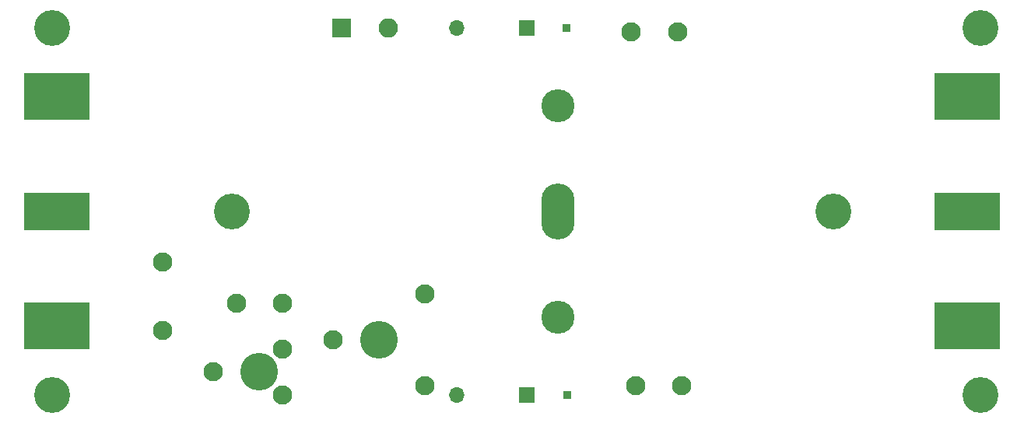
<source format=gbr>
%TF.GenerationSoftware,KiCad,Pcbnew,5.1.6-c6e7f7d~87~ubuntu20.04.1*%
%TF.CreationDate,2020-09-28T11:48:30+02:00*%
%TF.ProjectId,SWR bridge,53575220-6272-4696-9467-652e6b696361,rev?*%
%TF.SameCoordinates,Original*%
%TF.FileFunction,Soldermask,Bot*%
%TF.FilePolarity,Negative*%
%FSLAX46Y46*%
G04 Gerber Fmt 4.6, Leading zero omitted, Abs format (unit mm)*
G04 Created by KiCad (PCBNEW 5.1.6-c6e7f7d~87~ubuntu20.04.1) date 2020-09-28 11:48:30*
%MOMM*%
%LPD*%
G01*
G04 APERTURE LIST*
%ADD10C,2.100000*%
%ADD11C,4.100000*%
%ADD12R,1.700000X1.700000*%
%ADD13O,1.700000X1.700000*%
%ADD14R,7.100000X4.100000*%
%ADD15R,7.100000X5.100000*%
%ADD16C,3.600000*%
%ADD17O,3.600000X6.100000*%
%ADD18C,3.900000*%
%ADD19R,0.950000X0.950000*%
%ADD20R,2.100000X2.100000*%
%ADD21O,2.100000X2.100000*%
G04 APERTURE END LIST*
D10*
%TO.C,C4*%
X119500000Y-76000000D03*
X124500000Y-76000000D03*
%TD*%
%TO.C,R1*%
X86500000Y-71000000D03*
X96500000Y-76000000D03*
X96500000Y-66000000D03*
D11*
X91500000Y-71000000D03*
%TD*%
D10*
%TO.C,C2*%
X81000000Y-72000000D03*
X81000000Y-77000000D03*
X73500000Y-74500000D03*
D11*
X78500000Y-74500000D03*
%TD*%
D10*
%TO.C,C3*%
X119000000Y-37500000D03*
X124000000Y-37500000D03*
%TD*%
%TO.C,C5*%
X81000000Y-67000000D03*
X76000000Y-67000000D03*
%TD*%
D12*
%TO.C,D1*%
X107620000Y-37000000D03*
D13*
X100000000Y-37000000D03*
%TD*%
%TO.C,D2*%
X100000000Y-77000000D03*
D12*
X107620000Y-77000000D03*
%TD*%
D14*
%TO.C,J3*%
X155500000Y-57000000D03*
D15*
X155500000Y-44500000D03*
X155500000Y-69500000D03*
%TD*%
D16*
%TO.C,L2*%
X111000000Y-45500000D03*
X111000000Y-68500000D03*
D17*
X111000000Y-57000000D03*
%TD*%
D18*
%TO.C,J4*%
X75500000Y-57000000D03*
%TD*%
%TO.C,J5*%
X141000000Y-57000000D03*
%TD*%
D10*
%TO.C,C1*%
X68000000Y-62487500D03*
X68000000Y-69987500D03*
%TD*%
D19*
%TO.C,J2*%
X111912400Y-37048440D03*
%TD*%
%TO.C,J6*%
X112000000Y-77000000D03*
%TD*%
D14*
%TO.C,J1*%
X56500000Y-57000000D03*
D15*
X56500000Y-44500000D03*
X56500000Y-69500000D03*
%TD*%
D20*
%TO.C,R2*%
X87500000Y-37000000D03*
D21*
X92580000Y-37000000D03*
%TD*%
D18*
%TO.C,J7*%
X56000000Y-37000000D03*
%TD*%
%TO.C,J8*%
X56000000Y-77000000D03*
%TD*%
%TO.C,J9*%
X157000000Y-37000000D03*
%TD*%
%TO.C,J10*%
X157000000Y-77000000D03*
%TD*%
M02*

</source>
